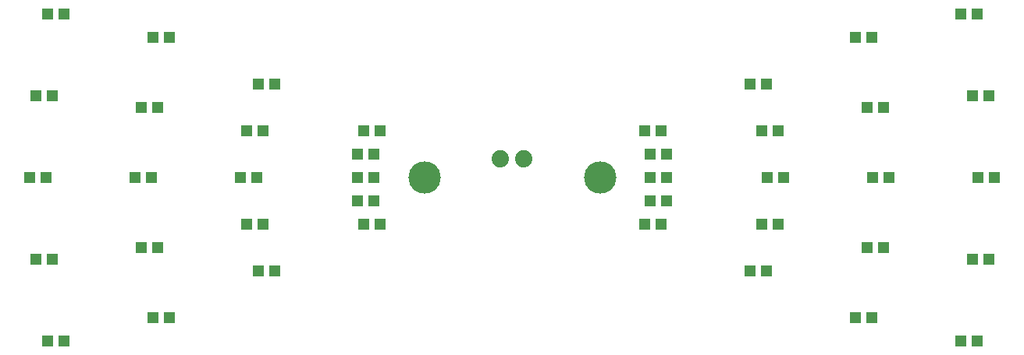
<source format=gbs>
G04 #@! TF.FileFunction,Soldermask,Bot*
%FSLAX46Y46*%
G04 Gerber Fmt 4.6, Leading zero omitted, Abs format (unit mm)*
G04 Created by KiCad (PCBNEW 4.0.6) date 09/10/17 16:34:28*
%MOMM*%
%LPD*%
G01*
G04 APERTURE LIST*
%ADD10C,0.100000*%
%ADD11R,1.201420X1.201420*%
%ADD12C,1.879600*%
%ADD13C,3.505200*%
G04 APERTURE END LIST*
D10*
D11*
X198493700Y-112380000D03*
X200246300Y-112380000D03*
X197223700Y-104760000D03*
X198976300Y-104760000D03*
X187063700Y-114920000D03*
X188816300Y-114920000D03*
X185793700Y-109840000D03*
X187546300Y-109840000D03*
X198493700Y-127620000D03*
X200246300Y-127620000D03*
X174363700Y-114920000D03*
X176116300Y-114920000D03*
X174998700Y-117460000D03*
X176751300Y-117460000D03*
X174998700Y-122540000D03*
X176751300Y-122540000D03*
X174998700Y-120000000D03*
X176751300Y-120000000D03*
X174363700Y-125080000D03*
X176116300Y-125080000D03*
X134206300Y-109840000D03*
X132453700Y-109840000D03*
X132936300Y-114920000D03*
X131183700Y-114920000D03*
X132301300Y-120000000D03*
X130548700Y-120000000D03*
X132936300Y-125080000D03*
X131183700Y-125080000D03*
X122776300Y-135240000D03*
X121023700Y-135240000D03*
X134206300Y-130160000D03*
X132453700Y-130160000D03*
X121506300Y-127620000D03*
X119753700Y-127620000D03*
X121506300Y-112380000D03*
X119753700Y-112380000D03*
X111346300Y-102220000D03*
X109593700Y-102220000D03*
X122776300Y-104760000D03*
X121023700Y-104760000D03*
X110076300Y-111110000D03*
X108323700Y-111110000D03*
X109441300Y-120000000D03*
X107688700Y-120000000D03*
X120871300Y-120000000D03*
X119118700Y-120000000D03*
X145001300Y-122540000D03*
X143248700Y-122540000D03*
X145001300Y-117460000D03*
X143248700Y-117460000D03*
X145636300Y-114920000D03*
X143883700Y-114920000D03*
X187698700Y-120000000D03*
X189451300Y-120000000D03*
X187063700Y-125080000D03*
X188816300Y-125080000D03*
X185793700Y-130160000D03*
X187546300Y-130160000D03*
X110076300Y-128890000D03*
X108323700Y-128890000D03*
X111346300Y-137780000D03*
X109593700Y-137780000D03*
X199128700Y-120000000D03*
X200881300Y-120000000D03*
X197223700Y-135240000D03*
X198976300Y-135240000D03*
X209923700Y-128890000D03*
X211676300Y-128890000D03*
X210558700Y-120000000D03*
X212311300Y-120000000D03*
X209923700Y-111110000D03*
X211676300Y-111110000D03*
X208653700Y-102220000D03*
X210406300Y-102220000D03*
X145001300Y-120000000D03*
X143248700Y-120000000D03*
X145636300Y-125080000D03*
X143883700Y-125080000D03*
X208653700Y-137780000D03*
X210406300Y-137780000D03*
D12*
X161270000Y-118001020D03*
X158730000Y-118001020D03*
D13*
X150475000Y-120000000D03*
X169525000Y-120000000D03*
M02*

</source>
